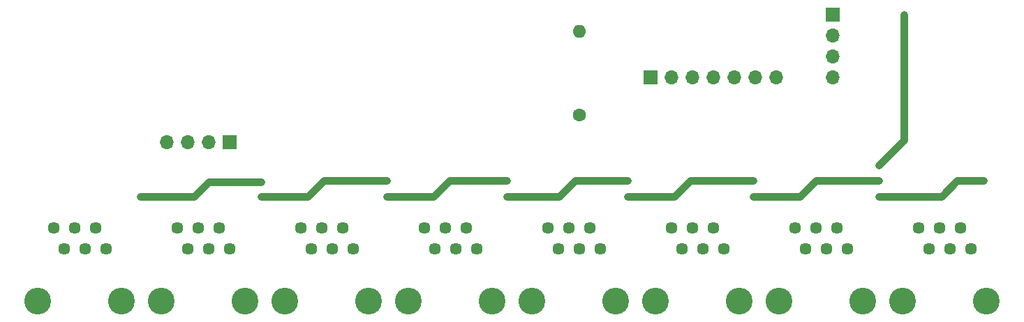
<source format=gbr>
G04 #@! TF.GenerationSoftware,KiCad,Pcbnew,(6.0.0-rc1-dev-313-g8db361882)*
G04 #@! TF.CreationDate,2018-09-01T22:17:23+02:00*
G04 #@! TF.ProjectId,Muxtemp,4D757874656D702E6B696361645F7063,rev?*
G04 #@! TF.SameCoordinates,Original*
G04 #@! TF.FileFunction,Copper,L1,Top,Signal*
G04 #@! TF.FilePolarity,Positive*
%FSLAX46Y46*%
G04 Gerber Fmt 4.6, Leading zero omitted, Abs format (unit mm)*
G04 Created by KiCad (PCBNEW (6.0.0-rc1-dev-313-g8db361882)) date 09/01/18 22:17:23*
%MOMM*%
%LPD*%
G01*
G04 APERTURE LIST*
G04 #@! TA.AperFunction,ComponentPad*
%ADD10R,1.700000X1.700000*%
G04 #@! TD*
G04 #@! TA.AperFunction,ComponentPad*
%ADD11O,1.700000X1.700000*%
G04 #@! TD*
G04 #@! TA.AperFunction,ComponentPad*
%ADD12C,3.250000*%
G04 #@! TD*
G04 #@! TA.AperFunction,ComponentPad*
%ADD13C,1.450000*%
G04 #@! TD*
G04 #@! TA.AperFunction,ComponentPad*
%ADD14C,1.600000*%
G04 #@! TD*
G04 #@! TA.AperFunction,ComponentPad*
%ADD15O,1.600000X1.600000*%
G04 #@! TD*
G04 #@! TA.AperFunction,ViaPad*
%ADD16C,0.800000*%
G04 #@! TD*
G04 #@! TA.AperFunction,Conductor*
%ADD17C,0.900000*%
G04 #@! TD*
G04 APERTURE END LIST*
D10*
G04 #@! TO.P,J10,1*
G04 #@! TO.N,SCL*
X157734000Y-85852000D03*
D11*
G04 #@! TO.P,J10,2*
G04 #@! TO.N,SDA*
X160274000Y-85852000D03*
G04 #@! TO.P,J10,3*
G04 #@! TO.N,Lock*
X162814000Y-85852000D03*
G04 #@! TO.P,J10,4*
G04 #@! TO.N,1wire*
X165354000Y-85852000D03*
G04 #@! TO.P,J10,5*
G04 #@! TO.N,GND*
X167894000Y-85852000D03*
G04 #@! TO.P,J10,6*
G04 #@! TO.N,3V3_L*
X170434000Y-85852000D03*
G04 #@! TO.P,J10,7*
G04 #@! TO.N,Vin*
X172974000Y-85852000D03*
G04 #@! TD*
D12*
G04 #@! TO.P,J3,8*
G04 #@! TO.N,N/C*
X123571000Y-113030000D03*
G04 #@! TO.P,J3,7*
X113411000Y-113030000D03*
D13*
G04 #@! TO.P,J3,6*
G04 #@! TO.N,3V3*
X121666000Y-106680000D03*
G04 #@! TO.P,J3,5*
G04 #@! TO.N,Net-(J3-Pad5)*
X120396000Y-104140000D03*
G04 #@! TO.P,J3,4*
G04 #@! TO.N,Net-(J3-Pad4)*
X119126000Y-106680000D03*
G04 #@! TO.P,J3,3*
G04 #@! TO.N,GND*
X117856000Y-104140000D03*
G04 #@! TO.P,J3,2*
X116586000Y-106680000D03*
G04 #@! TO.P,J3,1*
G04 #@! TO.N,dht_2*
X115316000Y-104140000D03*
G04 #@! TD*
D12*
G04 #@! TO.P,J8,8*
G04 #@! TO.N,N/C*
X198501000Y-113030000D03*
G04 #@! TO.P,J8,7*
X188341000Y-113030000D03*
D13*
G04 #@! TO.P,J8,6*
G04 #@! TO.N,3V3*
X196596000Y-106680000D03*
G04 #@! TO.P,J8,5*
G04 #@! TO.N,Net-(J8-Pad5)*
X195326000Y-104140000D03*
G04 #@! TO.P,J8,4*
G04 #@! TO.N,Net-(J8-Pad4)*
X194056000Y-106680000D03*
G04 #@! TO.P,J8,3*
G04 #@! TO.N,GND*
X192786000Y-104140000D03*
G04 #@! TO.P,J8,2*
X191516000Y-106680000D03*
G04 #@! TO.P,J8,1*
G04 #@! TO.N,dht_7*
X190246000Y-104140000D03*
G04 #@! TD*
D11*
G04 #@! TO.P,J9,4*
G04 #@! TO.N,dht_0*
X99060000Y-93726000D03*
G04 #@! TO.P,J9,3*
G04 #@! TO.N,dht_1*
X101600000Y-93726000D03*
G04 #@! TO.P,J9,2*
G04 #@! TO.N,dht_2*
X104140000Y-93726000D03*
D10*
G04 #@! TO.P,J9,1*
G04 #@! TO.N,GND*
X106680000Y-93726000D03*
G04 #@! TD*
G04 #@! TO.P,J11,1*
G04 #@! TO.N,3V3_L*
X179832000Y-78232000D03*
D11*
G04 #@! TO.P,J11,2*
G04 #@! TO.N,GND*
X179832000Y-80772000D03*
G04 #@! TO.P,J11,3*
G04 #@! TO.N,Vin*
X179832000Y-83312000D03*
G04 #@! TO.P,J11,4*
G04 #@! TO.N,Net-(J11-Pad4)*
X179832000Y-85852000D03*
G04 #@! TD*
D14*
G04 #@! TO.P,R19,1*
G04 #@! TO.N,3V3_L*
X149098000Y-90424000D03*
D15*
G04 #@! TO.P,R19,2*
G04 #@! TO.N,Net-(R19-Pad2)*
X149098000Y-80264000D03*
G04 #@! TD*
D12*
G04 #@! TO.P,J6,8*
G04 #@! TO.N,N/C*
X168529000Y-113030000D03*
G04 #@! TO.P,J6,7*
X158369000Y-113030000D03*
D13*
G04 #@! TO.P,J6,6*
G04 #@! TO.N,3V3*
X166624000Y-106680000D03*
G04 #@! TO.P,J6,5*
G04 #@! TO.N,Net-(J6-Pad5)*
X165354000Y-104140000D03*
G04 #@! TO.P,J6,4*
G04 #@! TO.N,Net-(J6-Pad4)*
X164084000Y-106680000D03*
G04 #@! TO.P,J6,3*
G04 #@! TO.N,GND*
X162814000Y-104140000D03*
G04 #@! TO.P,J6,2*
X161544000Y-106680000D03*
G04 #@! TO.P,J6,1*
G04 #@! TO.N,dht_5*
X160274000Y-104140000D03*
G04 #@! TD*
G04 #@! TO.P,J1,1*
G04 #@! TO.N,dht_0*
X85344000Y-104140000D03*
G04 #@! TO.P,J1,2*
G04 #@! TO.N,GND*
X86614000Y-106680000D03*
G04 #@! TO.P,J1,3*
X87884000Y-104140000D03*
G04 #@! TO.P,J1,4*
G04 #@! TO.N,Net-(J1-Pad4)*
X89154000Y-106680000D03*
G04 #@! TO.P,J1,5*
G04 #@! TO.N,Net-(J1-Pad5)*
X90424000Y-104140000D03*
G04 #@! TO.P,J1,6*
G04 #@! TO.N,3V3*
X91694000Y-106680000D03*
D12*
G04 #@! TO.P,J1,7*
G04 #@! TO.N,N/C*
X83439000Y-113030000D03*
G04 #@! TO.P,J1,8*
X93599000Y-113030000D03*
G04 #@! TD*
D13*
G04 #@! TO.P,J4,1*
G04 #@! TO.N,dht_3*
X130302000Y-104140000D03*
G04 #@! TO.P,J4,2*
G04 #@! TO.N,GND*
X131572000Y-106680000D03*
G04 #@! TO.P,J4,3*
X132842000Y-104140000D03*
G04 #@! TO.P,J4,4*
G04 #@! TO.N,Net-(J4-Pad4)*
X134112000Y-106680000D03*
G04 #@! TO.P,J4,5*
G04 #@! TO.N,Net-(J4-Pad5)*
X135382000Y-104140000D03*
G04 #@! TO.P,J4,6*
G04 #@! TO.N,3V3*
X136652000Y-106680000D03*
D12*
G04 #@! TO.P,J4,7*
G04 #@! TO.N,N/C*
X128397000Y-113030000D03*
G04 #@! TO.P,J4,8*
X138557000Y-113030000D03*
G04 #@! TD*
G04 #@! TO.P,J5,8*
G04 #@! TO.N,N/C*
X153543000Y-113030000D03*
G04 #@! TO.P,J5,7*
X143383000Y-113030000D03*
D13*
G04 #@! TO.P,J5,6*
G04 #@! TO.N,3V3*
X151638000Y-106680000D03*
G04 #@! TO.P,J5,5*
G04 #@! TO.N,Net-(J5-Pad5)*
X150368000Y-104140000D03*
G04 #@! TO.P,J5,4*
G04 #@! TO.N,Net-(J5-Pad4)*
X149098000Y-106680000D03*
G04 #@! TO.P,J5,3*
G04 #@! TO.N,GND*
X147828000Y-104140000D03*
G04 #@! TO.P,J5,2*
X146558000Y-106680000D03*
G04 #@! TO.P,J5,1*
G04 #@! TO.N,dht_4*
X145288000Y-104140000D03*
G04 #@! TD*
G04 #@! TO.P,J7,1*
G04 #@! TO.N,dht_6*
X175260000Y-104140000D03*
G04 #@! TO.P,J7,2*
G04 #@! TO.N,GND*
X176530000Y-106680000D03*
G04 #@! TO.P,J7,3*
X177800000Y-104140000D03*
G04 #@! TO.P,J7,4*
G04 #@! TO.N,Net-(J7-Pad4)*
X179070000Y-106680000D03*
G04 #@! TO.P,J7,5*
G04 #@! TO.N,Net-(J7-Pad5)*
X180340000Y-104140000D03*
G04 #@! TO.P,J7,6*
G04 #@! TO.N,3V3*
X181610000Y-106680000D03*
D12*
G04 #@! TO.P,J7,7*
G04 #@! TO.N,N/C*
X173355000Y-113030000D03*
G04 #@! TO.P,J7,8*
X183515000Y-113030000D03*
G04 #@! TD*
D13*
G04 #@! TO.P,J2,1*
G04 #@! TO.N,dht_1*
X100330000Y-104140000D03*
G04 #@! TO.P,J2,2*
G04 #@! TO.N,GND*
X101600000Y-106680000D03*
G04 #@! TO.P,J2,3*
X102870000Y-104140000D03*
G04 #@! TO.P,J2,4*
G04 #@! TO.N,Net-(J2-Pad4)*
X104140000Y-106680000D03*
G04 #@! TO.P,J2,5*
G04 #@! TO.N,Net-(J2-Pad5)*
X105410000Y-104140000D03*
G04 #@! TO.P,J2,6*
G04 #@! TO.N,3V3*
X106680000Y-106680000D03*
D12*
G04 #@! TO.P,J2,7*
G04 #@! TO.N,N/C*
X98425000Y-113030000D03*
G04 #@! TO.P,J2,8*
X108585000Y-113030000D03*
G04 #@! TD*
D16*
G04 #@! TO.N,3V3*
X185420000Y-98425000D03*
X170180000Y-100330000D03*
X170180000Y-98425000D03*
X154940000Y-98425000D03*
X154940000Y-100330000D03*
X140335000Y-100330000D03*
X140335000Y-98425000D03*
X125730000Y-98425000D03*
X125730000Y-100330000D03*
X110490000Y-100330000D03*
X95885000Y-100330000D03*
X185420000Y-100330000D03*
X198120000Y-98425000D03*
X110490000Y-98552000D03*
X188468000Y-78232000D03*
X185420000Y-96520000D03*
G04 #@! TD*
D17*
G04 #@! TO.N,3V3*
X170180000Y-100330000D02*
X175895000Y-100330000D01*
X177800000Y-98425000D02*
X185420000Y-98425000D01*
X175895000Y-100330000D02*
X177800000Y-98425000D01*
X154940000Y-100330000D02*
X160655000Y-100330000D01*
X162560000Y-98425000D02*
X170180000Y-98425000D01*
X160655000Y-100330000D02*
X162560000Y-98425000D01*
X110490000Y-100330000D02*
X116205000Y-100330000D01*
X118110000Y-98425000D02*
X125730000Y-98425000D01*
X116205000Y-100330000D02*
X118110000Y-98425000D01*
X125730000Y-100330000D02*
X131445000Y-100330000D01*
X133350000Y-98425000D02*
X140335000Y-98425000D01*
X131445000Y-100330000D02*
X133350000Y-98425000D01*
X140335000Y-100330000D02*
X146685000Y-100330000D01*
X148590000Y-98425000D02*
X154940000Y-98425000D01*
X146685000Y-100330000D02*
X148590000Y-98425000D01*
X185420000Y-100330000D02*
X193040000Y-100330000D01*
X193040000Y-100330000D02*
X194945000Y-98425000D01*
X194945000Y-98425000D02*
X198120000Y-98425000D01*
X102362000Y-100330000D02*
X95885000Y-100330000D01*
X104140000Y-98552000D02*
X102362000Y-100330000D01*
X104140000Y-98552000D02*
X110490000Y-98552000D01*
X188468000Y-78232000D02*
X188468000Y-93472000D01*
X188468000Y-93472000D02*
X185420000Y-96520000D01*
G04 #@! TD*
M02*

</source>
